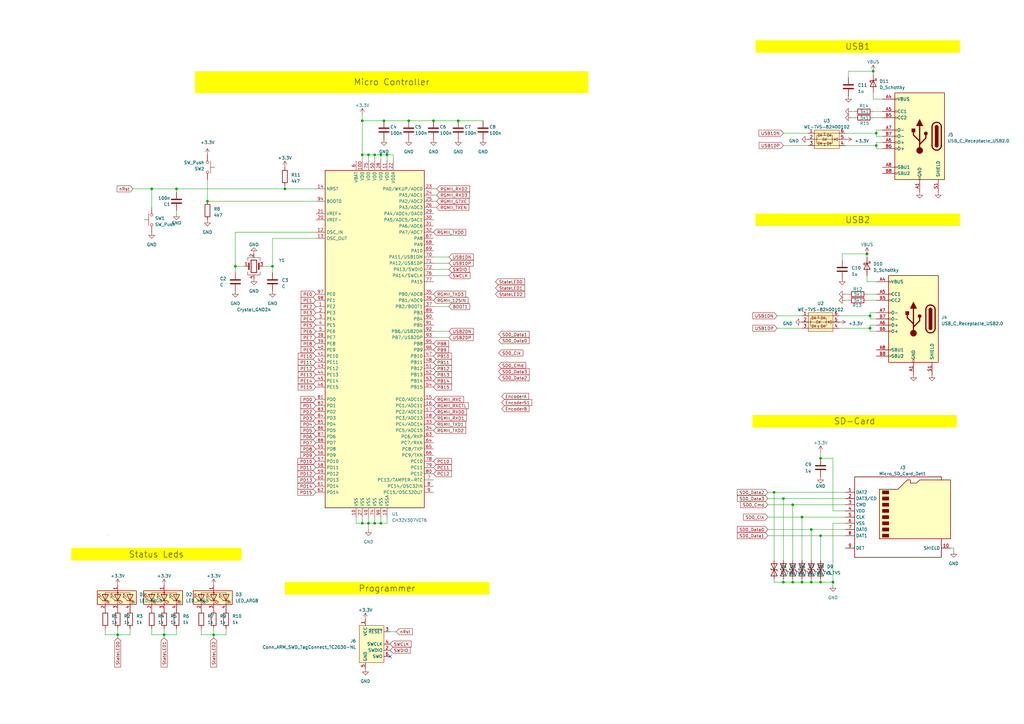
<source format=kicad_sch>
(kicad_sch (version 20231120) (generator "eeschema") (generator_version "8.0")
  (paper "A3")
  (junction (at 156.21 214.63))
  (junction (at 157.48 49.53))
  (junction (at 358.14 29.21))
  (junction (at 72.39 77.47))
  (junction (at 67.31 260.35))
  (junction (at 336.55 219.71))
  (junction (at 187.96 49.53))
  (junction (at 153.67 63.5))
  (junction (at 325.12 207.01))
  (junction (at 355.6 104.14))
  (junction (at 341.63 238.76))
  (junction (at 321.31 204.47))
  (junction (at 359.41 59.69))
  (junction (at 317.5 201.93))
  (junction (at 116.84 77.47))
  (junction (at 96.52 109.22))
  (junction (at 321.31 238.76))
  (junction (at 87.63 260.35))
  (junction (at 158.75 63.5))
  (junction (at 62.23 77.47))
  (junction (at 85.09 82.55))
  (junction (at 148.59 49.53))
  (junction (at 177.8 49.53))
  (junction (at 167.64 49.53))
  (junction (at 148.59 214.63))
  (junction (at 48.26 260.35))
  (junction (at 111.76 109.22))
  (junction (at 356.87 129.54))
  (junction (at 325.12 238.76))
  (junction (at 328.93 238.76))
  (junction (at 156.21 63.5))
  (junction (at 332.74 217.17))
  (junction (at 332.74 238.76))
  (junction (at 151.13 63.5))
  (junction (at 336.55 187.96))
  (junction (at 359.41 54.61))
  (junction (at 336.55 238.76))
  (junction (at 328.93 212.09))
  (junction (at 153.67 214.63))
  (junction (at 151.13 214.63))
  (junction (at 356.87 134.62))
  (junction (at 148.59 63.5))
  (no_connect (at 160.02 269.24))
  (wire (pts (xy 349.25 45.72) (xy 350.52 45.72)))
  (wire (pts (xy 67.31 261.62) (xy 67.31 260.35)))
  (wire (pts (xy 321.31 204.47) (xy 321.31 229.87)))
  (wire (pts (xy 72.39 77.47) (xy 72.39 78.74)))
  (wire (pts (xy 341.63 238.76) (xy 341.63 240.03)))
  (wire (pts (xy 391.16 224.79) (xy 391.16 226.06)))
  (wire (pts (xy 346.71 123.19) (xy 347.98 123.19)))
  (wire (pts (xy 341.63 209.55) (xy 341.63 187.96)))
  (wire (pts (xy 148.59 63.5) (xy 148.59 66.04)))
  (wire (pts (xy 358.14 48.26) (xy 361.95 48.26)))
  (wire (pts (xy 332.74 217.17) (xy 346.71 217.17)))
  (wire (pts (xy 314.96 201.93) (xy 317.5 201.93)))
  (wire (pts (xy 328.93 237.49) (xy 328.93 238.76)))
  (wire (pts (xy 325.12 229.87) (xy 325.12 207.01)))
  (wire (pts (xy 111.76 97.79) (xy 111.76 109.22)))
  (wire (pts (xy 184.15 125.73) (xy 177.8 125.73)))
  (wire (pts (xy 356.87 128.27) (xy 356.87 129.54)))
  (wire (pts (xy 359.41 54.61) (xy 359.41 55.88)))
  (wire (pts (xy 72.39 77.47) (xy 116.84 77.47)))
  (wire (pts (xy 347.98 29.21) (xy 358.14 29.21)))
  (wire (pts (xy 177.8 49.53) (xy 167.64 49.53)))
  (wire (pts (xy 317.5 201.93) (xy 346.71 201.93)))
  (wire (pts (xy 156.21 212.09) (xy 156.21 214.63)))
  (wire (pts (xy 146.05 214.63) (xy 148.59 214.63)))
  (wire (pts (xy 62.23 77.47) (xy 72.39 77.47)))
  (wire (pts (xy 358.14 40.64) (xy 361.95 40.64)))
  (wire (pts (xy 321.31 59.69) (xy 331.47 59.69)))
  (wire (pts (xy 157.48 49.53) (xy 148.59 49.53)))
  (wire (pts (xy 161.29 63.5) (xy 158.75 63.5)))
  (wire (pts (xy 336.55 219.71) (xy 346.71 219.71)))
  (wire (pts (xy 314.96 204.47) (xy 321.31 204.47)))
  (wire (pts (xy 317.5 238.76) (xy 321.31 238.76)))
  (wire (pts (xy 151.13 63.5) (xy 148.59 63.5)))
  (wire (pts (xy 359.41 53.34) (xy 359.41 54.61)))
  (wire (pts (xy 325.12 207.01) (xy 346.71 207.01)))
  (wire (pts (xy 151.13 214.63) (xy 151.13 217.17)))
  (wire (pts (xy 325.12 238.76) (xy 328.93 238.76)))
  (wire (pts (xy 48.26 257.81) (xy 48.26 260.35)))
  (wire (pts (xy 161.29 66.04) (xy 161.29 63.5)))
  (wire (pts (xy 321.31 54.61) (xy 331.47 54.61)))
  (wire (pts (xy 314.96 219.71) (xy 336.55 219.71)))
  (wire (pts (xy 341.63 214.63) (xy 341.63 238.76)))
  (wire (pts (xy 179.07 80.01) (xy 177.8 80.01)))
  (wire (pts (xy 158.75 214.63) (xy 158.75 212.09)))
  (wire (pts (xy 54.61 77.47) (xy 62.23 77.47)))
  (wire (pts (xy 389.89 224.79) (xy 391.16 224.79)))
  (wire (pts (xy 341.63 187.96) (xy 336.55 187.96)))
  (wire (pts (xy 156.21 214.63) (xy 158.75 214.63)))
  (wire (pts (xy 361.95 58.42) (xy 359.41 58.42)))
  (wire (pts (xy 328.93 212.09) (xy 346.71 212.09)))
  (wire (pts (xy 87.63 261.62) (xy 87.63 260.35)))
  (wire (pts (xy 62.23 260.35) (xy 67.31 260.35)))
  (wire (pts (xy 344.17 134.62) (xy 356.87 134.62)))
  (wire (pts (xy 359.41 133.35) (xy 356.87 133.35)))
  (wire (pts (xy 355.6 123.19) (xy 359.41 123.19)))
  (wire (pts (xy 332.74 238.76) (xy 336.55 238.76)))
  (wire (pts (xy 72.39 86.36) (xy 72.39 87.63)))
  (wire (pts (xy 347.98 31.75) (xy 347.98 29.21)))
  (wire (pts (xy 62.23 257.81) (xy 62.23 260.35)))
  (wire (pts (xy 359.41 60.96) (xy 361.95 60.96)))
  (wire (pts (xy 361.95 53.34) (xy 359.41 53.34)))
  (wire (pts (xy 53.34 260.35) (xy 53.34 257.81)))
  (wire (pts (xy 43.18 257.81) (xy 43.18 260.35)))
  (wire (pts (xy 116.84 76.2) (xy 116.84 77.47)))
  (wire (pts (xy 158.75 63.5) (xy 156.21 63.5)))
  (wire (pts (xy 358.14 29.21) (xy 358.14 30.48)))
  (wire (pts (xy 314.96 212.09) (xy 328.93 212.09)))
  (wire (pts (xy 359.41 55.88) (xy 361.95 55.88)))
  (wire (pts (xy 67.31 257.81) (xy 67.31 260.35)))
  (wire (pts (xy 359.41 59.69) (xy 359.41 60.96)))
  (wire (pts (xy 48.26 261.62) (xy 48.26 260.35)))
  (wire (pts (xy 148.59 49.53) (xy 148.59 63.5)))
  (wire (pts (xy 356.87 129.54) (xy 356.87 130.81)))
  (wire (pts (xy 160.02 259.08) (xy 162.56 259.08)))
  (wire (pts (xy 356.87 134.62) (xy 356.87 135.89)))
  (wire (pts (xy 321.31 237.49) (xy 321.31 238.76)))
  (wire (pts (xy 358.14 45.72) (xy 361.95 45.72)))
  (wire (pts (xy 184.15 110.49) (xy 177.8 110.49)))
  (wire (pts (xy 359.41 58.42) (xy 359.41 59.69)))
  (wire (pts (xy 96.52 95.25) (xy 96.52 109.22)))
  (wire (pts (xy 314.96 207.01) (xy 325.12 207.01)))
  (wire (pts (xy 332.74 237.49) (xy 332.74 238.76)))
  (wire (pts (xy 314.96 217.17) (xy 332.74 217.17)))
  (wire (pts (xy 87.63 260.35) (xy 92.71 260.35)))
  (wire (pts (xy 184.15 138.43) (xy 177.8 138.43)))
  (wire (pts (xy 328.93 238.76) (xy 332.74 238.76)))
  (wire (pts (xy 344.17 129.54) (xy 356.87 129.54)))
  (wire (pts (xy 359.41 128.27) (xy 356.87 128.27)))
  (wire (pts (xy 179.07 82.55) (xy 177.8 82.55)))
  (wire (pts (xy 153.67 63.5) (xy 151.13 63.5)))
  (wire (pts (xy 67.31 260.35) (xy 72.39 260.35)))
  (wire (pts (xy 317.5 201.93) (xy 317.5 229.87)))
  (wire (pts (xy 107.95 109.22) (xy 111.76 109.22)))
  (wire (pts (xy 187.96 49.53) (xy 177.8 49.53)))
  (wire (pts (xy 318.77 129.54) (xy 328.93 129.54)))
  (wire (pts (xy 148.59 214.63) (xy 151.13 214.63)))
  (wire (pts (xy 336.55 185.42) (xy 336.55 187.96)))
  (wire (pts (xy 328.93 212.09) (xy 328.93 229.87)))
  (wire (pts (xy 332.74 217.17) (xy 332.74 229.87)))
  (wire (pts (xy 349.25 48.26) (xy 350.52 48.26)))
  (wire (pts (xy 198.12 49.53) (xy 187.96 49.53)))
  (wire (pts (xy 72.39 260.35) (xy 72.39 257.81)))
  (wire (pts (xy 184.15 113.03) (xy 177.8 113.03)))
  (wire (pts (xy 43.18 260.35) (xy 48.26 260.35)))
  (wire (pts (xy 346.71 54.61) (xy 359.41 54.61)))
  (wire (pts (xy 321.31 204.47) (xy 346.71 204.47)))
  (wire (pts (xy 153.67 212.09) (xy 153.67 214.63)))
  (wire (pts (xy 148.59 46.99) (xy 148.59 49.53)))
  (wire (pts (xy 151.13 212.09) (xy 151.13 214.63)))
  (wire (pts (xy 62.23 77.47) (xy 62.23 85.09)))
  (wire (pts (xy 345.44 106.68) (xy 345.44 104.14)))
  (wire (pts (xy 146.05 212.09) (xy 146.05 214.63)))
  (wire (pts (xy 321.31 238.76) (xy 325.12 238.76)))
  (wire (pts (xy 336.55 219.71) (xy 336.55 229.87)))
  (wire (pts (xy 167.64 49.53) (xy 157.48 49.53)))
  (wire (pts (xy 148.59 212.09) (xy 148.59 214.63)))
  (wire (pts (xy 355.6 104.14) (xy 355.6 105.41)))
  (wire (pts (xy 48.26 260.35) (xy 53.34 260.35)))
  (wire (pts (xy 82.55 260.35) (xy 87.63 260.35)))
  (wire (pts (xy 158.75 66.04) (xy 158.75 63.5)))
  (wire (pts (xy 184.15 135.89) (xy 177.8 135.89)))
  (wire (pts (xy 179.07 85.09) (xy 177.8 85.09)))
  (wire (pts (xy 156.21 63.5) (xy 153.67 63.5)))
  (wire (pts (xy 153.67 63.5) (xy 153.67 66.04)))
  (wire (pts (xy 129.54 95.25) (xy 96.52 95.25)))
  (wire (pts (xy 129.54 77.47) (xy 116.84 77.47)))
  (wire (pts (xy 85.09 82.55) (xy 85.09 73.66)))
  (wire (pts (xy 129.54 82.55) (xy 85.09 82.55)))
  (wire (pts (xy 129.54 97.79) (xy 111.76 97.79)))
  (wire (pts (xy 325.12 237.49) (xy 325.12 238.76)))
  (wire (pts (xy 179.07 77.47) (xy 177.8 77.47)))
  (wire (pts (xy 355.6 113.03) (xy 355.6 115.57)))
  (wire (pts (xy 346.71 214.63) (xy 341.63 214.63)))
  (wire (pts (xy 87.63 257.81) (xy 87.63 260.35)))
  (wire (pts (xy 111.76 109.22) (xy 111.76 111.76)))
  (wire (pts (xy 355.6 120.65) (xy 359.41 120.65)))
  (wire (pts (xy 346.71 59.69) (xy 359.41 59.69)))
  (wire (pts (xy 358.14 38.1) (xy 358.14 40.64)))
  (wire (pts (xy 96.52 109.22) (xy 100.33 109.22)))
  (wire (pts (xy 336.55 237.49) (xy 336.55 238.76)))
  (wire (pts (xy 346.71 120.65) (xy 347.98 120.65)))
  (wire (pts (xy 356.87 133.35) (xy 356.87 134.62)))
  (wire (pts (xy 151.13 214.63) (xy 153.67 214.63)))
  (wire (pts (xy 317.5 237.49) (xy 317.5 238.76)))
  (wire (pts (xy 151.13 66.04) (xy 151.13 63.5)))
  (wire (pts (xy 184.15 105.41) (xy 177.8 105.41)))
  (wire (pts (xy 184.15 107.95) (xy 177.8 107.95)))
  (wire (pts (xy 345.44 104.14) (xy 355.6 104.14)))
  (wire (pts (xy 156.21 63.5) (xy 156.21 66.04)))
  (wire (pts (xy 318.77 134.62) (xy 328.93 134.62)))
  (wire (pts (xy 355.6 115.57) (xy 359.41 115.57)))
  (wire (pts (xy 346.71 209.55) (xy 341.63 209.55)))
  (wire (pts (xy 82.55 257.81) (xy 82.55 260.35)))
  (wire (pts (xy 153.67 214.63) (xy 156.21 214.63)))
  (wire (pts (xy 356.87 130.81) (xy 359.41 130.81)))
  (wire (pts (xy 92.71 260.35) (xy 92.71 257.81)))
  (wire (pts (xy 96.52 111.76) (xy 96.52 109.22)))
  (wire (pts (xy 356.87 135.89) (xy 359.41 135.89)))
  (wire (pts (xy 336.55 238.76) (xy 341.63 238.76)))
  (text_box "" (at 44.45 219.71 0) (size 0 0) (fill (type color) (color 255 255 0 1)) (effects (font (size 2.54 2.54)) (justify left top)))
  (text_box "SD-Card\n" (at 308.61 170.18 0) (size 83.82 5.08) (stroke (width -0.0001)) (fill (type color) (color 255 255 0 1)) (effects (font (size 2.54 2.54))))
  (text_box "USB2\n" (at 309.88 87.63 0) (size 83.82 5.08) (stroke (width -0.0001)) (fill (type color) (color 255 255 0 1)) (effects (font (size 2.54 2.54))))
  (text_box "Programmer\n\n" (at 116.84 238.76 0) (size 83.82 5.08) (stroke (width -0.0001)) (fill (type color) (color 255 255 0 1)) (effects (font (size 2.54 2.54))))
  (text_box "USB1" (at 309.88 16.51 0) (size 83.82 5.08) (stroke (width -0.0001)) (fill (type color) (color 255 255 0 1)) (effects (font (size 2.54 2.54))))
  (text_box "Status Leds" (at 29.21 224.79 0) (size 69.85 5.08) (stroke (width -0.0001)) (fill (type color) (color 255 255 0 1)) (effects (font (size 2.54 2.54))))
  (text_box "Micro Controller" (at 80.01 29.21 0) (size 161.29 8.89) (stroke (width -0.0001)) (fill (type color) (color 255 255 0 1)) (effects (font (size 2.54 2.54))))
  (global_label "SD0_Cmd" (shape input) (at 314.96 207.01 180) (property "Intersheetrefs" "${INTERSHEET_REFS}" (effects (hide yes))))
  (global_label "PD10" (shape input) (at 129.54 189.23 180) (property "Intersheetrefs" "${INTERSHEET_REFS}" (effects (hide yes))))
  (global_label "SD0_Cmd" (shape input) (at 204.47 149.86 0) (property "Intersheetrefs" "${INTERSHEET_REFS}" (effects (hide yes))))
  (global_label "PE5" (shape input) (at 129.54 133.35 180) (property "Intersheetrefs" "${INTERSHEET_REFS}" (effects (hide yes))))
  (global_label "StateLED1" (shape input) (at 203.2 118.11 0) (property "Intersheetrefs" "${INTERSHEET_REFS}" (effects (hide yes))))
  (global_label "SD0_Data2" (shape input) (at 314.96 201.93 180) (property "Intersheetrefs" "${INTERSHEET_REFS}" (effects (hide yes))))
  (global_label "BOOT1" (shape input) (at 184.15 125.73 0) (property "Intersheetrefs" "${INTERSHEET_REFS}" (effects (hide yes))))
  (global_label "RGMII_RXD0" (shape input) (at 177.8 168.91 0) (property "Intersheetrefs" "${INTERSHEET_REFS}" (effects (hide yes))))
  (global_label "USB2DN" (shape input) (at 184.15 135.89 0) (property "Intersheetrefs" "${INTERSHEET_REFS}" (effects (hide yes))))
  (global_label "USB1DN" (shape input) (at 321.31 54.61 180) (property "Intersheetrefs" "${INTERSHEET_REFS}" (effects (hide yes))))
  (global_label "RGMII_RXD3" (shape input) (at 179.07 80.01 0) (property "Intersheetrefs" "${INTERSHEET_REFS}" (effects (hide yes))))
  (global_label "SWCLK" (shape input) (at 160.02 264.16 0) (property "Intersheetrefs" "${INTERSHEET_REFS}" (effects (hide yes))))
  (global_label "EncoderB" (shape input) (at 205.74 167.64 0) (property "Intersheetrefs" "${INTERSHEET_REFS}" (effects (hide yes))))
  (global_label "USB1DP" (shape input) (at 321.31 59.69 180) (property "Intersheetrefs" "${INTERSHEET_REFS}" (effects (hide yes))))
  (global_label "PD1" (shape input) (at 129.54 166.37 180) (property "Intersheetrefs" "${INTERSHEET_REFS}" (effects (hide yes))))
  (global_label "PE10" (shape input) (at 129.54 146.05 180) (property "Intersheetrefs" "${INTERSHEET_REFS}" (effects (hide yes))))
  (global_label "SWDIO" (shape input) (at 184.15 110.49 0) (property "Intersheetrefs" "${INTERSHEET_REFS}" (effects (hide yes))))
  (global_label "nRst" (shape input) (at 162.56 259.08 0) (property "Intersheetrefs" "${INTERSHEET_REFS}" (effects (hide yes))))
  (global_label "PE2" (shape input) (at 129.54 125.73 180) (property "Intersheetrefs" "${INTERSHEET_REFS}" (effects (hide yes))))
  (global_label "PD6" (shape input) (at 129.54 179.07 180) (property "Intersheetrefs" "${INTERSHEET_REFS}" (effects (hide yes))))
  (global_label "PD9" (shape input) (at 129.54 186.69 180) (property "Intersheetrefs" "${INTERSHEET_REFS}" (effects (hide yes))))
  (global_label "PE3" (shape input) (at 129.54 128.27 180) (property "Intersheetrefs" "${INTERSHEET_REFS}" (effects (hide yes))))
  (global_label "SD0_Data3" (shape input) (at 204.47 152.4 0) (property "Intersheetrefs" "${INTERSHEET_REFS}" (effects (hide yes))))
  (global_label "PE6" (shape input) (at 129.54 135.89 180) (property "Intersheetrefs" "${INTERSHEET_REFS}" (effects (hide yes))))
  (global_label "PE15" (shape input) (at 129.54 158.75 180) (property "Intersheetrefs" "${INTERSHEET_REFS}" (effects (hide yes))))
  (global_label "PD5" (shape input) (at 129.54 176.53 180) (property "Intersheetrefs" "${INTERSHEET_REFS}" (effects (hide yes))))
  (global_label "PE0" (shape input) (at 129.54 120.65 180) (property "Intersheetrefs" "${INTERSHEET_REFS}" (effects (hide yes))))
  (global_label "PD0" (shape input) (at 129.54 163.83 180) (property "Intersheetrefs" "${INTERSHEET_REFS}" (effects (hide yes))))
  (global_label "USB2DP" (shape input) (at 184.15 138.43 0) (property "Intersheetrefs" "${INTERSHEET_REFS}" (effects (hide yes))))
  (global_label "USB1DN" (shape input) (at 318.77 129.54 180) (property "Intersheetrefs" "${INTERSHEET_REFS}" (effects (hide yes))))
  (global_label "PD7" (shape input) (at 129.54 181.61 180) (property "Intersheetrefs" "${INTERSHEET_REFS}" (effects (hide yes))))
  (global_label "PE1" (shape input) (at 129.54 123.19 180) (property "Intersheetrefs" "${INTERSHEET_REFS}" (effects (hide yes))))
  (global_label "PD11" (shape input) (at 129.54 191.77 180) (property "Intersheetrefs" "${INTERSHEET_REFS}" (effects (hide yes))))
  (global_label "RGMII_RXC" (shape input) (at 177.8 163.83 0) (property "Intersheetrefs" "${INTERSHEET_REFS}" (effects (hide yes))))
  (global_label "PB10" (shape input) (at 177.8 146.05 0) (property "Intersheetrefs" "${INTERSHEET_REFS}" (effects (hide yes))))
  (global_label "SWCLK" (shape input) (at 184.15 113.03 0) (property "Intersheetrefs" "${INTERSHEET_REFS}" (effects (hide yes))))
  (global_label "PD8" (shape input) (at 129.54 184.15 180) (property "Intersheetrefs" "${INTERSHEET_REFS}" (effects (hide yes))))
  (global_label "SD0_Data1" (shape input) (at 314.96 219.71 180) (property "Intersheetrefs" "${INTERSHEET_REFS}" (effects (hide yes))))
  (global_label "PB15" (shape input) (at 177.8 158.75 0) (property "Intersheetrefs" "${INTERSHEET_REFS}" (effects (hide yes))))
  (global_label "PE13" (shape input) (at 129.54 153.67 180) (property "Intersheetrefs" "${INTERSHEET_REFS}" (effects (hide yes))))
  (global_label "PB9" (shape input) (at 177.8 143.51 0) (property "Intersheetrefs" "${INTERSHEET_REFS}" (effects (hide yes))))
  (global_label "RGMII_TXD0" (shape input) (at 177.8 95.25 0) (property "Intersheetrefs" "${INTERSHEET_REFS}" (effects (hide yes))))
  (global_label "PD12" (shape input) (at 129.54 194.31 180) (property "Intersheetrefs" "${INTERSHEET_REFS}" (effects (hide yes))))
  (global_label "SD0_Clk" (shape input) (at 204.47 144.78 0) (property "Intersheetrefs" "${INTERSHEET_REFS}" (effects (hide yes))))
  (global_label "USB1DP" (shape input) (at 184.15 107.95 0) (property "Intersheetrefs" "${INTERSHEET_REFS}" (effects (hide yes))))
  (global_label "RGMII_TXD2" (shape input) (at 177.8 176.53 0) (property "Intersheetrefs" "${INTERSHEET_REFS}" (effects (hide yes))))
  (global_label "PE8" (shape input) (at 129.54 140.97 180) (property "Intersheetrefs" "${INTERSHEET_REFS}" (effects (hide yes))))
  (global_label "RGMII_GTXC" (shape input) (at 179.07 82.55 0) (property "Intersheetrefs" "${INTERSHEET_REFS}" (effects (hide yes))))
  (global_label "StateLED0" (shape input) (at 48.26 261.62 270) (property "Intersheetrefs" "${INTERSHEET_REFS}" (effects (hide yes))))
  (global_label "PB8" (shape input) (at 177.8 140.97 0) (property "Intersheetrefs" "${INTERSHEET_REFS}" (effects (hide yes))))
  (global_label "PB14" (shape input) (at 177.8 156.21 0) (property "Intersheetrefs" "${INTERSHEET_REFS}" (effects (hide yes))))
  (global_label "StateLED0" (shape input) (at 203.2 115.57 0) (property "Intersheetrefs" "${INTERSHEET_REFS}" (effects (hide yes))))
  (global_label "PE7" (shape input) (at 129.54 138.43 180) (property "Intersheetrefs" "${INTERSHEET_REFS}" (effects (hide yes))))
  (global_label "SD0_Data0" (shape input) (at 314.96 217.17 180) (property "Intersheetrefs" "${INTERSHEET_REFS}" (effects (hide yes))))
  (global_label "PB11" (shape input) (at 177.8 148.59 0) (property "Intersheetrefs" "${INTERSHEET_REFS}" (effects (hide yes))))
  (global_label "RGMII_RXCTL" (shape input) (at 177.8 166.37 0) (property "Intersheetrefs" "${INTERSHEET_REFS}" (effects (hide yes))))
  (global_label "PB13" (shape input) (at 177.8 153.67 0) (property "Intersheetrefs" "${INTERSHEET_REFS}" (effects (hide yes))))
  (global_label "RGMII_TXD3" (shape input) (at 177.8 120.65 0) (property "Intersheetrefs" "${INTERSHEET_REFS}" (effects (hide yes))))
  (global_label "RGMII_125IN" (shape input) (at 177.8 123.19 0) (property "Intersheetrefs" "${INTERSHEET_REFS}" (effects (hide yes))))
  (global_label "nRst" (shape input) (at 54.61 77.47 180) (property "Intersheetrefs" "${INTERSHEET_REFS}" (effects (hide yes))))
  (global_label "PD13" (shape input) (at 129.54 196.85 180) (property "Intersheetrefs" "${INTERSHEET_REFS}" (effects (hide yes))))
  (global_label "StateLED2" (shape input) (at 87.63 261.62 270) (property "Intersheetrefs" "${INTERSHEET_REFS}" (effects (hide yes))))
  (global_label "SD0_Data3" (shape input) (at 314.96 204.47 180) (property "Intersheetrefs" "${INTERSHEET_REFS}" (effects (hide yes))))
  (global_label "PC11" (shape input) (at 177.8 191.77 0) (property "Intersheetrefs" "${INTERSHEET_REFS}" (effects (hide yes))))
  (global_label "PE14" (shape input) (at 129.54 156.21 180) (property "Intersheetrefs" "${INTERSHEET_REFS}" (effects (hide yes))))
  (global_label "RGMII_RXD1" (shape input) (at 177.8 171.45 0) (property "Intersheetrefs" "${INTERSHEET_REFS}" (effects (hide yes))))
  (global_label "PD2" (shape input) (at 129.54 168.91 180) (property "Intersheetrefs" "${INTERSHEET_REFS}" (effects (hide yes))))
  (global_label "PD4" (shape input) (at 129.54 173.99 180) (property "Intersheetrefs" "${INTERSHEET_REFS}" (effects (hide yes))))
  (global_label "EncoderA" (shape input) (at 205.74 162.56 0) (property "Intersheetrefs" "${INTERSHEET_REFS}" (effects (hide yes))))
  (global_label "SD0_Data2" (shape input) (at 204.47 154.94 0) (property "Intersheetrefs" "${INTERSHEET_REFS}" (effects (hide yes))))
  (global_label "PE4" (shape input) (at 129.54 130.81 180) (property "Intersheetrefs" "${INTERSHEET_REFS}" (effects (hide yes))))
  (global_label "SWDIO" (shape input) (at 160.02 266.7 0) (property "Intersheetrefs" "${INTERSHEET_REFS}" (effects (hide yes))))
  (global_label "SD0_Data1" (shape input) (at 204.47 137.16 0) (property "Intersheetrefs" "${INTERSHEET_REFS}" (effects (hide yes))))
  (global_label "RGMII_TXD1" (shape input) (at 177.8 173.99 0) (property "Intersheetrefs" "${INTERSHEET_REFS}" (effects (hide yes))))
  (global_label "PE11" (shape input) (at 129.54 148.59 180) (property "Intersheetrefs" "${INTERSHEET_REFS}" (effects (hide yes))))
  (global_label "PC12" (shape input) (at 177.8 194.31 0) (property "Intersheetrefs" "${INTERSHEET_REFS}" (effects (hide yes))))
  (global_label "PE12" (shape input) (at 129.54 151.13 180) (property "Intersheetrefs" "${INTERSHEET_REFS}" (effects (hide yes))))
  (global_label "SD0_Clk" (shape input) (at 314.96 212.09 180) (property "Intersheetrefs" "${INTERSHEET_REFS}" (effects (hide yes))))
  (global_label "USB1DP" (shape input) (at 318.77 134.62 180) (property "Intersheetrefs" "${INTERSHEET_REFS}" (effects (hide yes))))
  (global_label "PB12" (shape input) (at 177.8 151.13 0) (property "Intersheetrefs" "${INTERSHEET_REFS}" (effects (hide yes))))
  (global_label "RGMII_TXEN" (shape input) (at 179.07 85.09 0) (property "Intersheetrefs" "${INTERSHEET_REFS}" (effects (hide yes))))
  (global_label "StateLED1" (shape input) (at 67.31 261.62 270) (property "Intersheetrefs" "${INTERSHEET_REFS}" (effects (hide yes))))
  (global_label "RGMII_RXD2" (shape input) (at 179.07 77.47 0) (property "Intersheetrefs" "${INTERSHEET_REFS}" (effects (hide yes))))
  (global_label "EncoderS1" (shape input) (at 205.74 165.1 0) (property "Intersheetrefs" "${INTERSHEET_REFS}" (effects (hide yes))))
  (global_label "SD0_Data0" (shape input) (at 204.47 139.7 0) (property "Intersheetrefs" "${INTERSHEET_REFS}" (effects (hide yes))))
  (global_label "USB1DN" (shape input) (at 184.15 105.41 0) (property "Intersheetrefs" "${INTERSHEET_REFS}" (effects (hide yes))))
  (global_label "PD3" (shape input) (at 129.54 171.45 180) (property "Intersheetrefs" "${INTERSHEET_REFS}" (effects (hide yes))))
  (global_label "PE9" (shape input) (at 129.54 143.51 180) (property "Intersheetrefs" "${INTERSHEET_REFS}" (effects (hide yes))))
  (global_label "StateLED2" (shape input) (at 203.2 120.65 0) (property "Intersheetrefs" "${INTERSHEET_REFS}" (effects (hide yes))))
  (global_label "PD15" (shape input) (at 129.54 201.93 180) (property "Intersheetrefs" "${INTERSHEET_REFS}" (effects (hide yes))))
  (global_label "PC10" (shape input) (at 177.8 189.23 0) (property "Intersheetrefs" "${INTERSHEET_REFS}" (effects (hide yes))))
  (global_label "PD14" (shape input) (at 129.54 199.39 180) (property "Intersheetrefs" "${INTERSHEET_REFS}" (effects (hide yes))))
  (symbol (lib_id "Device:C") (at 198.12 53.34 0) (unit 1)
    (property "Reference" "C8" (at 200.66 52.07 0) (effects (justify left)))
    (property "Value" "100n" (at 200.66 54.61 0) (effects (justify left)))
    (property "Footprint" "Capacitor_SMD:C_0402_1005Metric" (effects (hide yes)))
  )
  (symbol (lib_id "Device:C") (at 96.52 115.57 0) (unit 1)
    (property "Reference" "C2" (at 90.17 114.3 0) (effects (justify left)))
    (property "Value" "C" (at 90.17 116.84 0) (effects (justify left)))
    (property "Footprint" "Capacitor_SMD:C_0402_1005Metric" (effects (hide yes)))
  )
  (symbol (lib_id "power:GND") (at 349.25 48.26 270) (unit 1)
    (property "Reference" "#PWR038" (effects (hide yes)))
    (property "Value" "GND" (effects (hide yes)))
  )
  (symbol (lib_id "Device:D_TVS") (at 328.93 233.68 90) (unit 1)
    (property "Reference" "D7" (at 331.47 232.4099 90) (effects (justify right)))
    (property "Value" "D_TVS" (at 331.47 234.9499 90) (effects (justify right)))
  )
  (symbol (lib_id "Device:D_Schottky") (at 358.14 34.29 270) (unit 1)
    (property "Reference" "D11" (at 360.68 33.3375 90) (effects (justify left)))
    (property "Value" "D_Schottky" (at 360.68 35.8775 90) (effects (justify left)))
    (property "Footprint" "Diode_SMD:D_SMA" (effects (hide yes)))
  )
  (symbol (lib_id "Device:R") (at 351.79 123.19 90) (unit 1)
    (property "Reference" "R13" (at 351.536 125.222 90))
    (property "Value" "5k1" (at 352.044 123.19 90))
    (property "Footprint" "Resistor_SMD:R_0402_1005Metric" (effects (hide yes)))
  )
  (symbol (lib_id "power:GND") (at 382.27 153.67 0) (unit 1)
    (property "Reference" "#PWR043" (effects (hide yes)))
    (property "Value" "GND" (effects (hide yes)))
  )
  (symbol (lib_id "Connector:Micro_SD_Card_Det1") (at 369.57 212.09 0) (unit 1)
    (property "Reference" "J3" (at 370.205 191.77 0))
    (property "Value" "Micro_SD_Card_Det1" (at 370.205 194.31 0))
    (property "Datasheet" "https://datasheet.lcsc.com/lcsc/2110151630_XKB-Connectivity-XKTF-015-N_C381082.pdf" (effects (hide yes)))
  )
  (symbol (lib_id "power:+3.3V") (at 148.59 46.99 0) (unit 1)
    (property "Reference" "#PWR019" (effects (hide yes)))
    (property "Value" "+3.3V" (at 148.59 43.18 0))
  )
  (symbol (lib_id "power:GND") (at 336.55 195.58 0) (unit 1)
    (property "Reference" "#PWR029" (effects (hide yes)))
    (property "Value" "GND" (at 336.55 199.39 0))
  )
  (symbol (lib_id "power:GND") (at 328.93 132.08 270) (unit 1)
    (property "Reference" "#PWR026" (effects (hide yes)))
    (property "Value" "GND" (at 325.12 132.715 90) (effects (justify right)))
  )
  (symbol (lib_id "power:GND") (at 349.25 45.72 270) (unit 1)
    (property "Reference" "#PWR037" (effects (hide yes)))
    (property "Value" "GND" (effects (hide yes)))
  )
  (symbol (lib_id "Device:R") (at 72.39 254 0) (unit 1)
    (property "Reference" "R6" (at 74.93 252.7299 0) (effects (justify left)))
    (property "Value" "1k" (at 74.93 255.2699 0) (effects (justify left)))
    (property "Footprint" "Resistor_SMD:R_0402_1005Metric" (effects (hide yes)))
  )
  (symbol (lib_id "Device:C") (at 111.76 115.57 0) (unit 1)
    (property "Reference" "C3" (at 115.57 114.935 0) (effects (justify left)))
    (property "Value" "C" (at 115.57 117.475 0) (effects (justify left)))
    (property "Footprint" "Capacitor_SMD:C_0402_1005Metric" (effects (hide yes)))
  )
  (symbol (lib_id "Device:C") (at 345.44 110.49 0) (unit 1)
    (property "Reference" "C10" (at 349.25 109.855 0) (effects (justify left)))
    (property "Value" "1u" (at 349.25 112.395 0) (effects (justify left)))
    (property "Footprint" "Capacitor_SMD:C_0402_1005Metric" (effects (hide yes)))
  )
  (symbol (lib_id "Device:R") (at 351.79 120.65 90) (unit 1)
    (property "Reference" "R12" (at 351.79 118.618 90))
    (property "Value" "5k1" (at 352.044 120.65 90))
    (property "Footprint" "Resistor_SMD:R_0402_1005Metric" (effects (hide yes)))
  )
  (symbol (lib_id "power:GND") (at 347.98 39.37 0) (unit 1)
    (property "Reference" "#PWR036" (effects (hide yes)))
    (property "Value" "GND" (effects (hide yes)))
  )
  (symbol (lib_id "Device:C") (at 157.48 53.34 0) (unit 1)
    (property "Reference" "C4" (at 160.02 52.07 0) (effects (justify left)))
    (property "Value" "100n" (at 160.02 54.61 0) (effects (justify left)))
    (property "Footprint" "Capacitor_SMD:C_0402_1005Metric" (effects (hide yes)))
  )
  (symbol (lib_id "Switch:SW_Push") (at 85.09 68.58 270) (unit 1)
    (property "Reference" "SW2" (at 83.82 69.215 90) (effects (justify right)))
    (property "Value" "SW_Push" (at 83.82 66.675 90) (effects (justify right)))
    (property "Footprint" "LCSC:SW-SMD_4P-L5.1-W5.1-P3.70-LS6.5-TL-2" (effects (hide yes)))
  )
  (symbol (lib_id "power:GND") (at 177.8 57.15 0) (unit 1)
    (property "Reference" "#PWR023" (effects (hide yes)))
    (property "Value" "GND" (at 177.8 62.23 0))
  )
  (symbol (lib_id "power:GND") (at 346.71 120.65 270) (unit 1)
    (property "Reference" "#PWR034" (effects (hide yes)))
    (property "Value" "GND" (effects (hide yes)))
  )
  (symbol (lib_id "power:GND") (at 151.13 217.17 0) (unit 1)
    (property "Reference" "#PWR020" (effects (hide yes)))
    (property "Value" "GND" (at 151.13 222.25 0))
  )
  (symbol (lib_id "power:+3.3V") (at 344.17 132.08 270) (unit 1)
    (property "Reference" "#PWR031" (effects (hide yes)))
    (property "Value" "+3.3V" (at 347.98 132.715 90) (effects (justify left)))
  )
  (symbol (lib_id "Device:C") (at 167.64 53.34 0) (unit 1)
    (property "Reference" "C5" (at 170.18 52.07 0) (effects (justify left)))
    (property "Value" "100n" (at 170.18 54.61 0) (effects (justify left)))
    (property "Footprint" "Capacitor_SMD:C_0402_1005Metric" (effects (hide yes)))
  )
  (symbol (lib_id "Device:C") (at 187.96 53.34 0) (unit 1)
    (property "Reference" "C7" (at 190.5 52.07 0) (effects (justify left)))
    (property "Value" "100n" (at 190.5 54.61 0) (effects (justify left)))
    (property "Footprint" "Capacitor_SMD:C_0402_1005Metric" (effects (hide yes)))
  )
  (symbol (lib_id "Device:D_TVS") (at 325.12 233.68 90) (unit 1)
    (property "Reference" "D6" (at 327.66 232.4099 90) (effects (justify right)))
    (property "Value" "D_TVS" (at 327.66 234.9499 90) (effects (justify right)))
  )
  (symbol (lib_id "Device:R") (at 116.84 72.39 0) (unit 1)
    (property "Reference" "R11" (at 119.38 71.755 0) (effects (justify left)))
    (property "Value" "4k7" (at 119.38 74.295 0) (effects (justify left)))
    (property "Footprint" "Resistor_SMD:R_0402_1005Metric" (effects (hide yes)))
  )
  (symbol (lib_id "Device:R") (at 62.23 254 0) (unit 1)
    (property "Reference" "R4" (at 64.77 252.7299 0) (effects (justify left)))
    (property "Value" "1k" (at 64.77 255.2699 0) (effects (justify left)))
    (property "Footprint" "Resistor_SMD:R_0402_1005Metric" (effects (hide yes)))
  )
  (symbol (lib_id "power:GND") (at 374.65 153.67 0) (unit 1)
    (property "Reference" "#PWR041" (effects (hide yes)))
    (property "Value" "GND" (effects (hide yes)))
  )
  (symbol (lib_id "power:GND") (at 391.16 226.06 0) (unit 1)
    (property "Reference" "#PWR045" (effects (hide yes)))
    (property "Value" "GND" (at 391.16 231.14 0))
  )
  (symbol (lib_id "power:GND") (at 72.39 87.63 0) (unit 1)
    (property "Reference" "#PWR010" (effects (hide yes)))
    (property "Value" "GND" (at 72.39 91.44 0))
  )
  (symbol (lib_id "power:+3.3V") (at 346.71 57.15 270) (unit 1)
    (property "Reference" "#PWR033" (effects (hide yes)))
    (property "Value" "+3.3V" (at 350.52 57.785 90) (effects (justify left)))
  )
  (symbol (lib_id "power:+3.3V") (at 85.09 63.5 0) (unit 1)
    (property "Reference" "#PWR011" (effects (hide yes)))
    (property "Value" "+3.3V" (at 85.09 58.42 0))
  )
  (symbol (lib_id "Device:LED_ARGB") (at 67.31 245.11 90) (unit 1)
    (property "Reference" "D2" (at 76.2 243.8399 90) (effects (justify right)))
    (property "Value" "LED_ARGB" (at 76.2 246.3799 90) (effects (justify right)))
    (property "Footprint" "LCSC:LED-ARRAY-SMD_MHS110FRGBCT" (effects (hide yes)))
    (property "Description" "RGB LED, anode/red/green/blue" (effects (hide yes)))
  )
  (symbol (lib_id "Device:C") (at 347.98 35.56 0) (unit 1)
    (property "Reference" "C11" (at 351.79 34.925 0) (effects (justify left)))
    (property "Value" "1u" (at 351.79 37.465 0) (effects (justify left)))
    (property "Footprint" "Capacitor_SMD:C_0402_1005Metric" (effects (hide yes)))
  )
  (symbol (lib_id "power:+3.3V") (at 149.86 254 0) (unit 1)
    (property "Reference" "#PWR099" (effects (hide yes)))
    (property "Value" "+3.3V" (at 149.86 250.19 0))
  )
  (symbol (lib_id "Device:R") (at 48.26 254 0) (unit 1)
    (property "Reference" "R2" (at 50.8 252.7299 0) (effects (justify left)))
    (property "Value" "1k" (at 50.8 255.2699 0) (effects (justify left)))
    (property "Footprint" "Resistor_SMD:R_0402_1005Metric" (effects (hide yes)))
  )
  (symbol (lib_id "Device:C") (at 336.55 191.77 0) (unit 1)
    (property "Reference" "C9" (at 330.2 190.5 0) (effects (justify left)))
    (property "Value" "1u" (at 330.2 193.04 0) (effects (justify left)))
    (property "Footprint" "Capacitor_SMD:C_0402_1005Metric" (effects (hide yes)))
  )
  (symbol (lib_id "Device:R") (at 354.33 45.72 90) (unit 1)
    (property "Reference" "R14" (at 354.33 43.434 90))
    (property "Value" "5k1" (at 354.584 45.72 90))
    (property "Footprint" "Resistor_SMD:R_0402_1005Metric" (effects (hide yes)))
  )
  (symbol (lib_id "Connector:Conn_ARM_SWD_TagConnect_TC2030-NL") (at 152.4 264.16 0) (unit 1) (in_bom no)
    (property "Reference" "J6" (at 146.05 262.8899 0) (effects (justify right)))
    (property "Value" "Conn_ARM_SWD_TagConnect_TC2030-NL" (at 146.05 265.4299 0) (effects (justify right)))
    (property "Footprint" "Connector:Tag-Connect_TC2030-IDC-NL_2x03_P1.27mm_Vertical" (effects (hide yes)))
    (property "Datasheet" "https://www.tag-connect.com/wp-content/uploads/bsk-pdf-manager/TC2030-CTX_1.pdf" (effects (hide yes)))
    (property "Description" "Tag-Connect ARM Cortex SWD JTAG connector, 6 pin, no legs" (effects (hide yes)))
  )
  (symbol (lib_id "Device:C") (at 177.8 53.34 0) (unit 1)
    (property "Reference" "C6" (at 180.34 52.07 0) (effects (justify left)))
    (property "Value" "100n" (at 180.34 54.61 0) (effects (justify left)))
    (property "Footprint" "Capacitor_SMD:C_0402_1005Metric" (effects (hide yes)))
  )
  (symbol (lib_id "Device:Crystal_GND24") (at 104.14 109.22 0) (unit 1)
    (property "Reference" "Y1" (at 115.57 106.7817 0))
    (property "Value" "Crystal_GND24" (at 104.14 127 0))
    (property "Footprint" "Crystal:Crystal_SMD_3225-4Pin_3.2x2.5mm" (effects (hide yes)))
  )
  (symbol (lib_id "power:+3.3V") (at 48.26 240.03 0) (unit 1)
    (property "Reference" "#PWR07" (effects (hide yes)))
    (property "Value" "+3.3V" (at 48.26 236.22 0))
  )
  (symbol (lib_id "Device:R") (at 87.63 254 0) (unit 1)
    (property "Reference" "R9" (at 90.17 252.7299 0) (effects (justify left)))
    (property "Value" "1k" (at 90.17 255.2699 0) (effects (justify left)))
    (property "Footprint" "Resistor_SMD:R_0402_1005Metric" (effects (hide yes)))
  )
  (symbol (lib_id "Device:R") (at 92.71 254 0) (unit 1)
    (property "Reference" "R10" (at 95.25 252.7299 0) (effects (justify left)))
    (property "Value" "1k" (at 95.25 255.2699 0) (effects (justify left)))
    (property "Footprint" "Resistor_SMD:R_0402_1005Metric" (effects (hide yes)))
  )
  (symbol (lib_id "Switch:SW_Push") (at 62.23 90.17 90) (unit 1)
    (property "Reference" "SW1" (at 63.5 89.535 90) (effects (justify right)))
    (property "Value" "SW_Push" (at 63.5 92.075 90) (effects (justify right)))
    (property "Footprint" "LCSC:SW-SMD_4P-L5.1-W5.1-P3.70-LS6.5-TL-2" (effects (hide yes)))
  )
  (symbol (lib_id "wch-mcu:CH32V307VCT6") (at 129.54 77.47 0) (unit 1)
    (property "Reference" "U1" (at 160.7059 210.82 0) (effects (justify left)))
    (property "Value" "CH32V307VCT6" (at 160.7059 213.36 0) (effects (justify left)))
    (property "Footprint" "Package_QFP:LQFP-100_14x14mm_P0.5mm" (effects (hide yes)))
    (property "Datasheet" "https://datasheet.lcsc.com/lcsc/2201121900_WCH-Jiangsu-Qin-Heng-CH32V307VCT6_C2943979.pdf" (effects (hide yes)))
  )
  (symbol (lib_id "Device:D_TVS") (at 321.31 233.68 90) (unit 1)
    (property "Reference" "D5" (at 323.85 232.4099 90) (effects (justify right)))
    (property "Value" "D_TVS" (at 323.85 234.9499 90) (effects (justify right)))
  )
  (symbol (lib_id "power:GND") (at 96.52 119.38 0) (unit 1)
    (property "Reference" "#PWR014" (effects (hide yes)))
    (property "Value" "GND" (at 96.52 124.46 0))
  )
  (symbol (lib_id "power:GND") (at 104.14 114.3 0) (unit 1)
    (property "Reference" "#PWR016" (effects (hide yes)))
    (property "Value" "GND" (at 104.14 119.38 0))
  )
  (symbol (lib_id "power:GND") (at 198.12 57.15 0) (unit 1)
    (property "Reference" "#PWR025" (effects (hide yes)))
    (property "Value" "GND" (at 198.12 62.23 0))
  )
  (symbol (lib_id "power:GND") (at 377.19 78.74 0) (unit 1)
    (property "Reference" "#PWR042" (effects (hide yes)))
    (property "Value" "GND" (effects (hide yes)))
  )
  (symbol (lib_id "Device:R") (at 82.55 254 0) (unit 1)
    (property "Reference" "R7" (at 85.09 252.7299 0) (effects (justify left)))
    (property "Value" "1k" (at 85.09 255.2699 0) (effects (justify left)))
    (property "Footprint" "Resistor_SMD:R_0402_1005Metric" (effects (hide yes)))
  )
  (symbol (lib_id "power:+3.3V") (at 67.31 240.03 0) (unit 1)
    (property "Reference" "#PWR09" (effects (hide yes)))
    (property "Value" "+3.3V" (at 67.31 236.22 0))
  )
  (symbol (lib_id "power:GND") (at 62.23 95.25 0) (unit 1)
    (property "Reference" "#PWR08" (effects (hide yes)))
    (property "Value" "GND" (at 62.23 100.33 0))
  )
  (symbol (lib_id "power:GND") (at 157.48 57.15 0) (unit 1)
    (property "Reference" "#PWR021" (effects (hide yes)))
    (property "Value" "GND" (at 157.48 62.23 0))
  )
  (symbol (lib_id "power:+3.3V") (at 116.84 68.58 0) (unit 1)
    (property "Reference" "#PWR018" (effects (hide yes)))
    (property "Value" "+3.3V" (at 116.84 64.77 0))
  )
  (symbol (lib_id "power:GND") (at 341.63 240.03 0) (unit 1)
    (property "Reference" "#PWR030" (effects (hide yes)))
    (property "Value" "GND" (at 341.63 245.11 0))
  )
  (symbol (lib_id "power:GND") (at 187.96 57.15 0) (unit 1)
    (property "Reference" "#PWR024" (effects (hide yes)))
    (property "Value" "GND" (at 187.96 62.23 0))
  )
  (symbol (lib_id "power:GND") (at 104.14 104.14 180) (unit 1)
    (property "Reference" "#PWR015" (effects (hide yes)))
    (property "Value" "GND" (at 104.14 100.33 0))
  )
  (symbol (lib_id "power:VBUS") (at 358.14 29.21 0) (unit 1)
    (property "Reference" "#PWR040" (effects (hide yes)))
    (property "Value" "VBUS" (at 358.14 25.4 0))
  )
  (symbol (lib_id "Device:C") (at 72.39 82.55 180) (unit 1)
    (property "Reference" "C1" (at 69.85 83.82 0) (effects (justify left)))
    (property "Value" "100n" (at 69.85 81.28 0) (effects (justify left)))
    (property "Footprint" "Capacitor_SMD:C_0402_1005Metric" (effects (hide yes)))
  )
  (symbol (lib_id "Device:R") (at 53.34 254 0) (unit 1)
    (property "Reference" "R3" (at 55.88 252.7299 0) (effects (justify left)))
    (property "Value" "1k" (at 55.88 255.2699 0) (effects (justify left)))
    (property "Footprint" "Resistor_SMD:R_0402_1005Metric" (effects (hide yes)))
  )
  (symbol (lib_id "power:+3.3V") (at 87.63 240.03 0) (unit 1)
    (property "Reference" "#PWR013" (effects (hide yes)))
    (property "Value" "+3.3V" (at 87.63 236.22 0))
  )
  (symbol (lib_id "Device:D_Schottky") (at 355.6 109.22 270) (unit 1)
    (property "Reference" "D10" (at 358.14 108.2675 90) (effects (justify left)))
    (property "Value" "D_Schottky" (at 358.14 110.8075 90) (effects (justify left)))
    (property "Footprint" "Diode_SMD:D_SMA" (effects (hide yes)))
  )
  (symbol (lib_id "Power_Protection:WE-TVS-82400102") (at 336.55 132.08 0) (unit 1)
    (property "Reference" "U2" (at 336.55 124.46 0))
    (property "Value" "WE-TVS-82400102" (at 336.55 127 0))
    (property "Footprint" "Package_TO_SOT_SMD:SOT-23-6" (effects (hide yes)))
    (property "Datasheet" "https://katalog.we-online.de/pbs/datasheet/82400102.pdf" (effects (hide yes)))
  )
  (symbol (lib_id "Device:D_TVS") (at 336.55 233.68 90) (unit 1)
    (property "Reference" "D9" (at 339.09 232.4099 90) (effects (justify right)))
    (property "Value" "D_TVS" (at 339.09 234.9499 90) (effects (justify right)))
  )
  (symbol (lib_id "power:+3.3V") (at 336.55 185.42 0) (unit 1)
    (property "Reference" "#PWR028" (effects (hide yes)))
    (property "Value" "+3.3V" (at 336.55 181.61 0))
  )
  (symbol (lib_id "power:GND") (at 111.76 119.38 0) (unit 1)
    (property "Reference" "#PWR017" (effects (hide yes)))
    (property "Value" "GND" (at 111.76 124.46 0))
  )
  (symbol (lib_id "power:GND") (at 331.47 57.15 270) (unit 1)
    (property "Reference" "#PWR027" (effects (hide yes)))
    (property "Value" "GND" (at 327.66 57.785 90) (effects (justify right)))
  )
  (symbol (lib_id "Device:R") (at 85.09 86.36 0) (unit 1)
    (property "Reference" "R8" (at 87.63 85.725 0) (effects (justify left)))
    (property "Value" "4k7" (at 87.63 88.265 0) (effects (justify left)))
    (property "Footprint" "Resistor_SMD:R_0402_1005Metric" (effects (hide yes)))
  )
  (symbol (lib_id "power:GND") (at 346.71 123.19 270) (unit 1)
    (property "Reference" "#PWR035" (effects (hide yes)))
    (property "Value" "GND" (effects (hide yes)))
  )
  (symbol (lib_id "power:GND") (at 384.81 78.74 0) (unit 1)
    (property "Reference" "#PWR044" (effects (hide yes)))
    (property "Value" "GND" (effects (hide yes)))
  )
  (symbol (lib_id "Power_Protection:WE-TVS-82400102") (at 339.09 57.15 0) (unit 1)
    (property "Reference" "U3" (at 339.09 49.53 0))
    (property "Value" "WE-TVS-82400102" (at 339.09 52.07 0))
    (property "Footprint" "Package_TO_SOT_SMD:SOT-23-6" (effects (hide yes)))
    (property "Datasheet" "https://katalog.we-online.de/pbs/datasheet/82400102.pdf" (effects (hide yes)))
  )
  (symbol (lib_id "Connector:USB_C_Receptacle_USB2.0") (at 377.19 55.88 0) (mirror y) (unit 1)
    (property "Reference" "J5" (at 388.62 55.245 0) (effects (justify right)))
    (property "Value" "USB_C_Receptacle_USB2.0" (at 388.62 57.785 0) (effects (justify right)))
    (property "Footprint" "LCSC:TYPE-C-TH_TYPE-C-14P-CC-2.6" (effects (hide yes)))
    (property "Datasheet" "https://www.usb.org/sites/default/files/documents/usb_type-c.zip" (effects (hide yes)))
  )
  (symbol (lib_id "power:GND") (at 167.64 57.15 0) (unit 1)
    (property "Reference" "#PWR022" (effects (hide yes)))
    (property "Value" "GND" (at 167.64 62.23 0))
  )
  (symbol (lib_id "power:GND") (at 149.86 274.32 0) (unit 1)
    (property "Reference" "#PWR0100" (effects (hide yes)))
    (property "Value" "GND" (at 149.86 279.4 0))
  )
  (symbol (lib_id "Device:D_TVS") (at 317.5 233.68 90) (unit 1)
    (property "Reference" "D4" (at 320.04 232.4099 90) (effects (justify right)))
    (property "Value" "D_TVS" (at 320.04 234.9499 90) (effects (justify right)))
    (property "Footprint" "Diode_SMD:D_SMA" (effects (hide yes)))
  )
  (symbol (lib_id "Device:LED_ARGB") (at 48.26 245.11 90) (unit 1)
    (property "Reference" "D1" (at 57.15 243.8399 90) (effects (justify right)))
    (property "Value" "LED_ARGB" (at 57.15 246.3799 90) (effects (justify right)))
    (property "Footprint" "LCSC:LED-ARRAY-SMD_MHS110FRGBCT" (effects (hide yes)))
    (property "Description" "RGB LED, anode/red/green/blue" (effects (hide yes)))
  )
  (symbol (lib_id "Device:LED_ARGB") (at 87.63 245.11 90) (unit 1)
    (property "Reference" "D3" (at 96.52 243.8399 90) (effects (justify right)))
    (property "Value" "LED_ARGB" (at 96.52 246.3799 90) (effects (justify right)))
    (property "Footprint" "LCSC:LED-ARRAY-SMD_MHS110FRGBCT" (effects (hide yes)))
    (property "Description" "RGB LED, anode/red/green/blue" (effects (hide yes)))
  )
  (symbol (lib_id "Device:R") (at 354.33 48.26 90) (unit 1)
    (property "Reference" "R15" (at 354.584 50.546 90))
    (property "Value" "5k1" (at 354.584 48.26 90))
    (property "Footprint" "Resistor_SMD:R_0402_1005Metric" (effects (hide yes)))
  )
  (symbol (lib_id "power:VBUS") (at 355.6 104.14 0) (unit 1)
    (property "Reference" "#PWR039" (effects (hide yes)))
    (property "Value" "VBUS" (at 355.6 100.33 0))
  )
  (symbol (lib_id "power:GND") (at 85.09 90.17 0) (unit 1)
    (property "Reference" "#PWR012" (effects (hide yes)))
    (property "Value" "GND" (at 85.09 95.25 0))
  )
  (symbol (lib_id "Connector:USB_C_Receptacle_USB2.0") (at 374.65 130.81 0) (mirror y) (unit 1)
    (property "Reference" "J4" (at 386.08 130.175 0) (effects (justify right)))
    (property "Value" "USB_C_Receptacle_USB2.0" (at 386.08 132.715 0) (effects (justify right)))
    (property "Footprint" "LCSC:TYPE-C-TH_TYPE-C-14P-CC-2.6" (effects (hide yes)))
    (property "Datasheet" "https://www.usb.org/sites/default/files/documents/usb_type-c.zip" (effects (hide yes)))
  )
  (symbol (lib_id "power:GND") (at 345.44 114.3 0) (unit 1)
    (property "Reference" "#PWR032" (effects (hide yes)))
    (property "Value" "GND" (effects (hide yes)))
  )
  (symbol (lib_id "Device:R") (at 67.31 254 0) (unit 1)
    (property "Reference" "R5" (at 69.85 252.7299 0) (effects (justify left)))
    (property "Value" "1k" (at 69.85 255.2699 0) (effects (justify left)))
    (property "Footprint" "Resistor_SMD:R_0402_1005Metric" (effects (hide yes)))
  )
  (symbol (lib_id "Device:R") (at 43.18 254 0) (unit 1)
    (property "Reference" "R1" (at 45.72 252.7299 0) (effects (justify left)))
    (property "Value" "1k" (at 45.72 255.2699 0) (effects (justify left)))
    (property "Footprint" "Resistor_SMD:R_0402_1005Metric" (effects (hide yes)))
  )
  (symbol (lib_id "Device:D_TVS") (at 332.74 233.68 90) (unit 1)
    (property "Reference" "D8" (at 335.28 232.4099 90) (effects (justify right)))
    (property "Value" "D_TVS" (at 335.28 234.9499 90) (effects (justify right)))
  )
)
</source>
